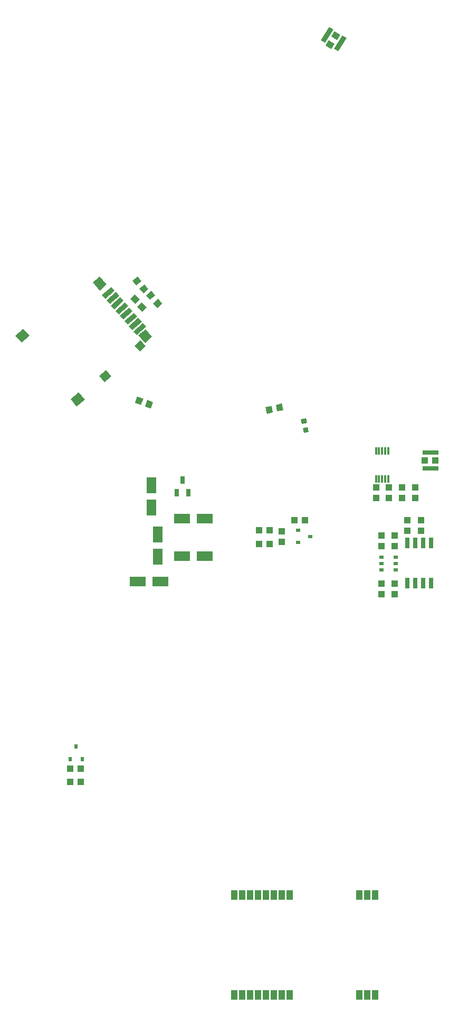
<source format=gbr>
G04 EAGLE Gerber RS-274X export*
G75*
%MOMM*%
%FSLAX34Y34*%
%LPD*%
%INSolderpaste Top*%
%IPPOS*%
%AMOC8*
5,1,8,0,0,1.08239X$1,22.5*%
G01*
%ADD10R,1.000000X1.100000*%
%ADD11R,1.100000X1.000000*%
%ADD12R,0.720000X1.780000*%
%ADD13R,2.500000X0.800000*%
%ADD14R,0.300000X1.275000*%
%ADD15R,0.700000X0.500000*%
%ADD16R,2.000000X0.800000*%
%ADD17R,1.500000X1.700000*%
%ADD18R,1.600000X1.500000*%
%ADD19R,1.300000X1.290000*%
%ADD20R,1.400000X1.290000*%
%ADD21R,0.800000X0.800000*%
%ADD22R,1.000000X1.500000*%
%ADD23R,0.560000X0.730000*%
%ADD24R,2.600000X1.600000*%
%ADD25R,1.600000X2.600000*%
%ADD26R,0.635000X1.270000*%
%ADD27R,0.730000X0.560000*%


D10*
X649000Y966500D03*
X649000Y949500D03*
D11*
X678000Y897000D03*
X678000Y914000D03*
X700000Y914000D03*
X700000Y897000D03*
D10*
X706500Y1010000D03*
X723500Y1010000D03*
D11*
X628000Y949500D03*
X628000Y966500D03*
D12*
X677950Y813700D03*
X690650Y813700D03*
X703350Y813700D03*
X716050Y813700D03*
X716050Y878300D03*
X703350Y878300D03*
X690650Y878300D03*
X677950Y878300D03*
D13*
X716000Y1022500D03*
X716000Y997500D03*
D11*
X691000Y966500D03*
X691000Y949500D03*
X670000Y966500D03*
X670000Y949500D03*
D14*
X648000Y1025400D03*
X643000Y1025400D03*
X638000Y1025400D03*
X633000Y1025400D03*
X628000Y1025400D03*
X628000Y980600D03*
X633000Y980600D03*
X638000Y980600D03*
X643000Y980600D03*
X648000Y980600D03*
D11*
X637000Y872500D03*
X637000Y889500D03*
X658000Y889500D03*
X658000Y872500D03*
X637000Y795500D03*
X637000Y812500D03*
X658000Y795500D03*
X658000Y812500D03*
D15*
X636500Y855000D03*
X636500Y845000D03*
X636500Y835000D03*
X659500Y835000D03*
X659500Y845000D03*
X659500Y855000D03*
D16*
G36*
X238933Y1216797D02*
X254026Y1229917D01*
X259275Y1223879D01*
X244182Y1210759D01*
X238933Y1216797D01*
G37*
G36*
X231716Y1225098D02*
X246809Y1238218D01*
X252058Y1232180D01*
X236965Y1219060D01*
X231716Y1225098D01*
G37*
G36*
X224500Y1233400D02*
X239593Y1246520D01*
X244842Y1240482D01*
X229749Y1227362D01*
X224500Y1233400D01*
G37*
G36*
X217283Y1241702D02*
X232376Y1254822D01*
X237625Y1248784D01*
X222532Y1235664D01*
X217283Y1241702D01*
G37*
G36*
X210067Y1250004D02*
X225160Y1263124D01*
X230409Y1257086D01*
X215316Y1243966D01*
X210067Y1250004D01*
G37*
G36*
X202850Y1258306D02*
X217943Y1271426D01*
X223192Y1265388D01*
X208099Y1252268D01*
X202850Y1258306D01*
G37*
G36*
X195633Y1266607D02*
X210726Y1279727D01*
X215975Y1273689D01*
X200882Y1260569D01*
X195633Y1266607D01*
G37*
G36*
X188417Y1274909D02*
X203510Y1288029D01*
X208759Y1281991D01*
X193666Y1268871D01*
X188417Y1274909D01*
G37*
D17*
G36*
X150789Y1118973D02*
X160630Y1107654D01*
X147801Y1096501D01*
X137960Y1107820D01*
X150789Y1118973D01*
G37*
D18*
G36*
X257350Y1198354D02*
X246853Y1210429D01*
X258172Y1220270D01*
X268669Y1208195D01*
X257350Y1198354D01*
G37*
D19*
G36*
X258742Y1192941D02*
X248931Y1184412D01*
X240468Y1194147D01*
X250279Y1202676D01*
X258742Y1192941D01*
G37*
D20*
G36*
X184243Y1145271D02*
X194808Y1154456D01*
X203271Y1144721D01*
X192706Y1135536D01*
X184243Y1145271D01*
G37*
D17*
G36*
X62221Y1220859D02*
X72062Y1209540D01*
X59233Y1198387D01*
X49392Y1209706D01*
X62221Y1220859D01*
G37*
G36*
X173374Y1294957D02*
X184693Y1304798D01*
X195846Y1291969D01*
X184527Y1282128D01*
X173374Y1294957D01*
G37*
D10*
G36*
X467228Y1099127D02*
X476990Y1101291D01*
X479370Y1090553D01*
X469608Y1088389D01*
X467228Y1099127D01*
G37*
G36*
X450630Y1095447D02*
X460392Y1097611D01*
X462772Y1086873D01*
X453010Y1084709D01*
X450630Y1095447D01*
G37*
G36*
X265553Y1267034D02*
X258992Y1274580D01*
X267293Y1281796D01*
X273854Y1274250D01*
X265553Y1267034D01*
G37*
G36*
X276707Y1254204D02*
X270146Y1261750D01*
X278447Y1268966D01*
X285008Y1261420D01*
X276707Y1254204D01*
G37*
G36*
X256447Y1291966D02*
X263008Y1284420D01*
X254707Y1277204D01*
X248146Y1284750D01*
X256447Y1291966D01*
G37*
G36*
X245293Y1304796D02*
X251854Y1297250D01*
X243553Y1290034D01*
X236992Y1297580D01*
X245293Y1304796D01*
G37*
D11*
G36*
X252742Y1263016D02*
X259958Y1254715D01*
X252412Y1248154D01*
X245196Y1256455D01*
X252742Y1263016D01*
G37*
G36*
X241588Y1275846D02*
X248804Y1267545D01*
X241258Y1260984D01*
X234042Y1269285D01*
X241588Y1275846D01*
G37*
D21*
G36*
X517147Y1070283D02*
X509338Y1068552D01*
X507607Y1076361D01*
X515416Y1078092D01*
X517147Y1070283D01*
G37*
G36*
X520393Y1055639D02*
X512584Y1053908D01*
X510853Y1061717D01*
X518662Y1063448D01*
X520393Y1055639D01*
G37*
D13*
G36*
X559875Y1699928D02*
X546444Y1678844D01*
X539697Y1683142D01*
X553128Y1704226D01*
X559875Y1699928D01*
G37*
G36*
X580960Y1686496D02*
X567529Y1665412D01*
X560782Y1669710D01*
X574213Y1690794D01*
X580960Y1686496D01*
G37*
D10*
G36*
X561758Y1677092D02*
X556385Y1668659D01*
X547108Y1674570D01*
X552481Y1683003D01*
X561758Y1677092D01*
G37*
G36*
X570892Y1691430D02*
X565519Y1682997D01*
X556242Y1688908D01*
X561615Y1697341D01*
X570892Y1691430D01*
G37*
G36*
X250830Y1099029D02*
X241434Y1102449D01*
X245196Y1112785D01*
X254592Y1109365D01*
X250830Y1099029D01*
G37*
G36*
X266804Y1093215D02*
X257408Y1096635D01*
X261170Y1106971D01*
X270566Y1103551D01*
X266804Y1093215D01*
G37*
D22*
X401000Y154000D03*
X413700Y154000D03*
X426400Y154000D03*
X439100Y154000D03*
X451800Y154000D03*
X464500Y154000D03*
X477200Y154000D03*
X489900Y154000D03*
X601600Y154000D03*
X614300Y154000D03*
X627000Y154000D03*
X401000Y314000D03*
X413700Y314000D03*
X426400Y314000D03*
X439100Y314000D03*
X451800Y314000D03*
X464500Y314000D03*
X477200Y314000D03*
X489900Y314000D03*
X601600Y314000D03*
X614300Y314000D03*
X627000Y314000D03*
D23*
X147000Y552000D03*
X156500Y532000D03*
X137500Y532000D03*
D10*
X137500Y516000D03*
X154500Y516000D03*
X154500Y495000D03*
X137500Y495000D03*
D24*
X282000Y815800D03*
X246000Y815800D03*
X352900Y857100D03*
X316900Y857100D03*
D25*
X277900Y891700D03*
X277900Y855700D03*
X267900Y970500D03*
X267900Y934500D03*
D24*
X352900Y917100D03*
X316900Y917100D03*
D26*
X317500Y978300D03*
X308000Y958300D03*
X327000Y958300D03*
D10*
X457600Y876600D03*
X440600Y876600D03*
X440400Y898200D03*
X457400Y898200D03*
D27*
X522700Y888400D03*
X502700Y878900D03*
X502700Y897900D03*
D11*
X477000Y879500D03*
X477000Y896500D03*
D10*
X514500Y914000D03*
X497500Y914000D03*
M02*

</source>
